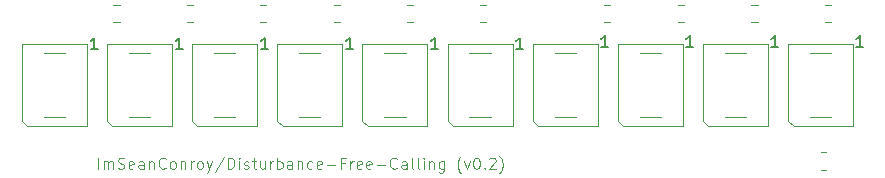
<source format=gbr>
%TF.GenerationSoftware,KiCad,Pcbnew,9.0.3*%
%TF.CreationDate,2025-07-20T20:49:32+01:00*%
%TF.ProjectId,disturbance-free-calling,64697374-7572-4626-916e-63652d667265,0.2*%
%TF.SameCoordinates,Original*%
%TF.FileFunction,Legend,Top*%
%TF.FilePolarity,Positive*%
%FSLAX46Y46*%
G04 Gerber Fmt 4.6, Leading zero omitted, Abs format (unit mm)*
G04 Created by KiCad (PCBNEW 9.0.3) date 2025-07-20 20:49:32*
%MOMM*%
%LPD*%
G01*
G04 APERTURE LIST*
%ADD10C,0.100000*%
%ADD11C,0.150000*%
%ADD12C,0.120000*%
G04 APERTURE END LIST*
D10*
X74459979Y-70642938D02*
X74459979Y-69692938D01*
X74912360Y-70642938D02*
X74912360Y-70009604D01*
X74912360Y-70100080D02*
X74957598Y-70054842D01*
X74957598Y-70054842D02*
X75048074Y-70009604D01*
X75048074Y-70009604D02*
X75183789Y-70009604D01*
X75183789Y-70009604D02*
X75274265Y-70054842D01*
X75274265Y-70054842D02*
X75319503Y-70145319D01*
X75319503Y-70145319D02*
X75319503Y-70642938D01*
X75319503Y-70145319D02*
X75364741Y-70054842D01*
X75364741Y-70054842D02*
X75455217Y-70009604D01*
X75455217Y-70009604D02*
X75590931Y-70009604D01*
X75590931Y-70009604D02*
X75681408Y-70054842D01*
X75681408Y-70054842D02*
X75726646Y-70145319D01*
X75726646Y-70145319D02*
X75726646Y-70642938D01*
X76133789Y-70597700D02*
X76269503Y-70642938D01*
X76269503Y-70642938D02*
X76495694Y-70642938D01*
X76495694Y-70642938D02*
X76586170Y-70597700D01*
X76586170Y-70597700D02*
X76631408Y-70552461D01*
X76631408Y-70552461D02*
X76676646Y-70461985D01*
X76676646Y-70461985D02*
X76676646Y-70371509D01*
X76676646Y-70371509D02*
X76631408Y-70281033D01*
X76631408Y-70281033D02*
X76586170Y-70235795D01*
X76586170Y-70235795D02*
X76495694Y-70190557D01*
X76495694Y-70190557D02*
X76314741Y-70145319D01*
X76314741Y-70145319D02*
X76224265Y-70100080D01*
X76224265Y-70100080D02*
X76179027Y-70054842D01*
X76179027Y-70054842D02*
X76133789Y-69964366D01*
X76133789Y-69964366D02*
X76133789Y-69873890D01*
X76133789Y-69873890D02*
X76179027Y-69783414D01*
X76179027Y-69783414D02*
X76224265Y-69738176D01*
X76224265Y-69738176D02*
X76314741Y-69692938D01*
X76314741Y-69692938D02*
X76540932Y-69692938D01*
X76540932Y-69692938D02*
X76676646Y-69738176D01*
X77445694Y-70597700D02*
X77355218Y-70642938D01*
X77355218Y-70642938D02*
X77174265Y-70642938D01*
X77174265Y-70642938D02*
X77083789Y-70597700D01*
X77083789Y-70597700D02*
X77038551Y-70507223D01*
X77038551Y-70507223D02*
X77038551Y-70145319D01*
X77038551Y-70145319D02*
X77083789Y-70054842D01*
X77083789Y-70054842D02*
X77174265Y-70009604D01*
X77174265Y-70009604D02*
X77355218Y-70009604D01*
X77355218Y-70009604D02*
X77445694Y-70054842D01*
X77445694Y-70054842D02*
X77490932Y-70145319D01*
X77490932Y-70145319D02*
X77490932Y-70235795D01*
X77490932Y-70235795D02*
X77038551Y-70326271D01*
X78305218Y-70642938D02*
X78305218Y-70145319D01*
X78305218Y-70145319D02*
X78259980Y-70054842D01*
X78259980Y-70054842D02*
X78169504Y-70009604D01*
X78169504Y-70009604D02*
X77988551Y-70009604D01*
X77988551Y-70009604D02*
X77898075Y-70054842D01*
X78305218Y-70597700D02*
X78214742Y-70642938D01*
X78214742Y-70642938D02*
X77988551Y-70642938D01*
X77988551Y-70642938D02*
X77898075Y-70597700D01*
X77898075Y-70597700D02*
X77852837Y-70507223D01*
X77852837Y-70507223D02*
X77852837Y-70416747D01*
X77852837Y-70416747D02*
X77898075Y-70326271D01*
X77898075Y-70326271D02*
X77988551Y-70281033D01*
X77988551Y-70281033D02*
X78214742Y-70281033D01*
X78214742Y-70281033D02*
X78305218Y-70235795D01*
X78757599Y-70009604D02*
X78757599Y-70642938D01*
X78757599Y-70100080D02*
X78802837Y-70054842D01*
X78802837Y-70054842D02*
X78893313Y-70009604D01*
X78893313Y-70009604D02*
X79029028Y-70009604D01*
X79029028Y-70009604D02*
X79119504Y-70054842D01*
X79119504Y-70054842D02*
X79164742Y-70145319D01*
X79164742Y-70145319D02*
X79164742Y-70642938D01*
X80159980Y-70552461D02*
X80114742Y-70597700D01*
X80114742Y-70597700D02*
X79979028Y-70642938D01*
X79979028Y-70642938D02*
X79888552Y-70642938D01*
X79888552Y-70642938D02*
X79752837Y-70597700D01*
X79752837Y-70597700D02*
X79662361Y-70507223D01*
X79662361Y-70507223D02*
X79617123Y-70416747D01*
X79617123Y-70416747D02*
X79571885Y-70235795D01*
X79571885Y-70235795D02*
X79571885Y-70100080D01*
X79571885Y-70100080D02*
X79617123Y-69919128D01*
X79617123Y-69919128D02*
X79662361Y-69828652D01*
X79662361Y-69828652D02*
X79752837Y-69738176D01*
X79752837Y-69738176D02*
X79888552Y-69692938D01*
X79888552Y-69692938D02*
X79979028Y-69692938D01*
X79979028Y-69692938D02*
X80114742Y-69738176D01*
X80114742Y-69738176D02*
X80159980Y-69783414D01*
X80702837Y-70642938D02*
X80612361Y-70597700D01*
X80612361Y-70597700D02*
X80567123Y-70552461D01*
X80567123Y-70552461D02*
X80521885Y-70461985D01*
X80521885Y-70461985D02*
X80521885Y-70190557D01*
X80521885Y-70190557D02*
X80567123Y-70100080D01*
X80567123Y-70100080D02*
X80612361Y-70054842D01*
X80612361Y-70054842D02*
X80702837Y-70009604D01*
X80702837Y-70009604D02*
X80838552Y-70009604D01*
X80838552Y-70009604D02*
X80929028Y-70054842D01*
X80929028Y-70054842D02*
X80974266Y-70100080D01*
X80974266Y-70100080D02*
X81019504Y-70190557D01*
X81019504Y-70190557D02*
X81019504Y-70461985D01*
X81019504Y-70461985D02*
X80974266Y-70552461D01*
X80974266Y-70552461D02*
X80929028Y-70597700D01*
X80929028Y-70597700D02*
X80838552Y-70642938D01*
X80838552Y-70642938D02*
X80702837Y-70642938D01*
X81426647Y-70009604D02*
X81426647Y-70642938D01*
X81426647Y-70100080D02*
X81471885Y-70054842D01*
X81471885Y-70054842D02*
X81562361Y-70009604D01*
X81562361Y-70009604D02*
X81698076Y-70009604D01*
X81698076Y-70009604D02*
X81788552Y-70054842D01*
X81788552Y-70054842D02*
X81833790Y-70145319D01*
X81833790Y-70145319D02*
X81833790Y-70642938D01*
X82286171Y-70642938D02*
X82286171Y-70009604D01*
X82286171Y-70190557D02*
X82331409Y-70100080D01*
X82331409Y-70100080D02*
X82376647Y-70054842D01*
X82376647Y-70054842D02*
X82467123Y-70009604D01*
X82467123Y-70009604D02*
X82557600Y-70009604D01*
X83009980Y-70642938D02*
X82919504Y-70597700D01*
X82919504Y-70597700D02*
X82874266Y-70552461D01*
X82874266Y-70552461D02*
X82829028Y-70461985D01*
X82829028Y-70461985D02*
X82829028Y-70190557D01*
X82829028Y-70190557D02*
X82874266Y-70100080D01*
X82874266Y-70100080D02*
X82919504Y-70054842D01*
X82919504Y-70054842D02*
X83009980Y-70009604D01*
X83009980Y-70009604D02*
X83145695Y-70009604D01*
X83145695Y-70009604D02*
X83236171Y-70054842D01*
X83236171Y-70054842D02*
X83281409Y-70100080D01*
X83281409Y-70100080D02*
X83326647Y-70190557D01*
X83326647Y-70190557D02*
X83326647Y-70461985D01*
X83326647Y-70461985D02*
X83281409Y-70552461D01*
X83281409Y-70552461D02*
X83236171Y-70597700D01*
X83236171Y-70597700D02*
X83145695Y-70642938D01*
X83145695Y-70642938D02*
X83009980Y-70642938D01*
X83643314Y-70009604D02*
X83869504Y-70642938D01*
X84095695Y-70009604D02*
X83869504Y-70642938D01*
X83869504Y-70642938D02*
X83779028Y-70869128D01*
X83779028Y-70869128D02*
X83733790Y-70914366D01*
X83733790Y-70914366D02*
X83643314Y-70959604D01*
X85136171Y-69647700D02*
X84321886Y-70869128D01*
X85452838Y-70642938D02*
X85452838Y-69692938D01*
X85452838Y-69692938D02*
X85679028Y-69692938D01*
X85679028Y-69692938D02*
X85814743Y-69738176D01*
X85814743Y-69738176D02*
X85905219Y-69828652D01*
X85905219Y-69828652D02*
X85950457Y-69919128D01*
X85950457Y-69919128D02*
X85995695Y-70100080D01*
X85995695Y-70100080D02*
X85995695Y-70235795D01*
X85995695Y-70235795D02*
X85950457Y-70416747D01*
X85950457Y-70416747D02*
X85905219Y-70507223D01*
X85905219Y-70507223D02*
X85814743Y-70597700D01*
X85814743Y-70597700D02*
X85679028Y-70642938D01*
X85679028Y-70642938D02*
X85452838Y-70642938D01*
X86402838Y-70642938D02*
X86402838Y-70009604D01*
X86402838Y-69692938D02*
X86357600Y-69738176D01*
X86357600Y-69738176D02*
X86402838Y-69783414D01*
X86402838Y-69783414D02*
X86448076Y-69738176D01*
X86448076Y-69738176D02*
X86402838Y-69692938D01*
X86402838Y-69692938D02*
X86402838Y-69783414D01*
X86809981Y-70597700D02*
X86900457Y-70642938D01*
X86900457Y-70642938D02*
X87081409Y-70642938D01*
X87081409Y-70642938D02*
X87171886Y-70597700D01*
X87171886Y-70597700D02*
X87217124Y-70507223D01*
X87217124Y-70507223D02*
X87217124Y-70461985D01*
X87217124Y-70461985D02*
X87171886Y-70371509D01*
X87171886Y-70371509D02*
X87081409Y-70326271D01*
X87081409Y-70326271D02*
X86945695Y-70326271D01*
X86945695Y-70326271D02*
X86855219Y-70281033D01*
X86855219Y-70281033D02*
X86809981Y-70190557D01*
X86809981Y-70190557D02*
X86809981Y-70145319D01*
X86809981Y-70145319D02*
X86855219Y-70054842D01*
X86855219Y-70054842D02*
X86945695Y-70009604D01*
X86945695Y-70009604D02*
X87081409Y-70009604D01*
X87081409Y-70009604D02*
X87171886Y-70054842D01*
X87488553Y-70009604D02*
X87850457Y-70009604D01*
X87624267Y-69692938D02*
X87624267Y-70507223D01*
X87624267Y-70507223D02*
X87669505Y-70597700D01*
X87669505Y-70597700D02*
X87759981Y-70642938D01*
X87759981Y-70642938D02*
X87850457Y-70642938D01*
X88574267Y-70009604D02*
X88574267Y-70642938D01*
X88167124Y-70009604D02*
X88167124Y-70507223D01*
X88167124Y-70507223D02*
X88212362Y-70597700D01*
X88212362Y-70597700D02*
X88302838Y-70642938D01*
X88302838Y-70642938D02*
X88438553Y-70642938D01*
X88438553Y-70642938D02*
X88529029Y-70597700D01*
X88529029Y-70597700D02*
X88574267Y-70552461D01*
X89026648Y-70642938D02*
X89026648Y-70009604D01*
X89026648Y-70190557D02*
X89071886Y-70100080D01*
X89071886Y-70100080D02*
X89117124Y-70054842D01*
X89117124Y-70054842D02*
X89207600Y-70009604D01*
X89207600Y-70009604D02*
X89298077Y-70009604D01*
X89614743Y-70642938D02*
X89614743Y-69692938D01*
X89614743Y-70054842D02*
X89705219Y-70009604D01*
X89705219Y-70009604D02*
X89886172Y-70009604D01*
X89886172Y-70009604D02*
X89976648Y-70054842D01*
X89976648Y-70054842D02*
X90021886Y-70100080D01*
X90021886Y-70100080D02*
X90067124Y-70190557D01*
X90067124Y-70190557D02*
X90067124Y-70461985D01*
X90067124Y-70461985D02*
X90021886Y-70552461D01*
X90021886Y-70552461D02*
X89976648Y-70597700D01*
X89976648Y-70597700D02*
X89886172Y-70642938D01*
X89886172Y-70642938D02*
X89705219Y-70642938D01*
X89705219Y-70642938D02*
X89614743Y-70597700D01*
X90881410Y-70642938D02*
X90881410Y-70145319D01*
X90881410Y-70145319D02*
X90836172Y-70054842D01*
X90836172Y-70054842D02*
X90745696Y-70009604D01*
X90745696Y-70009604D02*
X90564743Y-70009604D01*
X90564743Y-70009604D02*
X90474267Y-70054842D01*
X90881410Y-70597700D02*
X90790934Y-70642938D01*
X90790934Y-70642938D02*
X90564743Y-70642938D01*
X90564743Y-70642938D02*
X90474267Y-70597700D01*
X90474267Y-70597700D02*
X90429029Y-70507223D01*
X90429029Y-70507223D02*
X90429029Y-70416747D01*
X90429029Y-70416747D02*
X90474267Y-70326271D01*
X90474267Y-70326271D02*
X90564743Y-70281033D01*
X90564743Y-70281033D02*
X90790934Y-70281033D01*
X90790934Y-70281033D02*
X90881410Y-70235795D01*
X91333791Y-70009604D02*
X91333791Y-70642938D01*
X91333791Y-70100080D02*
X91379029Y-70054842D01*
X91379029Y-70054842D02*
X91469505Y-70009604D01*
X91469505Y-70009604D02*
X91605220Y-70009604D01*
X91605220Y-70009604D02*
X91695696Y-70054842D01*
X91695696Y-70054842D02*
X91740934Y-70145319D01*
X91740934Y-70145319D02*
X91740934Y-70642938D01*
X92600458Y-70597700D02*
X92509982Y-70642938D01*
X92509982Y-70642938D02*
X92329029Y-70642938D01*
X92329029Y-70642938D02*
X92238553Y-70597700D01*
X92238553Y-70597700D02*
X92193315Y-70552461D01*
X92193315Y-70552461D02*
X92148077Y-70461985D01*
X92148077Y-70461985D02*
X92148077Y-70190557D01*
X92148077Y-70190557D02*
X92193315Y-70100080D01*
X92193315Y-70100080D02*
X92238553Y-70054842D01*
X92238553Y-70054842D02*
X92329029Y-70009604D01*
X92329029Y-70009604D02*
X92509982Y-70009604D01*
X92509982Y-70009604D02*
X92600458Y-70054842D01*
X93369506Y-70597700D02*
X93279030Y-70642938D01*
X93279030Y-70642938D02*
X93098077Y-70642938D01*
X93098077Y-70642938D02*
X93007601Y-70597700D01*
X93007601Y-70597700D02*
X92962363Y-70507223D01*
X92962363Y-70507223D02*
X92962363Y-70145319D01*
X92962363Y-70145319D02*
X93007601Y-70054842D01*
X93007601Y-70054842D02*
X93098077Y-70009604D01*
X93098077Y-70009604D02*
X93279030Y-70009604D01*
X93279030Y-70009604D02*
X93369506Y-70054842D01*
X93369506Y-70054842D02*
X93414744Y-70145319D01*
X93414744Y-70145319D02*
X93414744Y-70235795D01*
X93414744Y-70235795D02*
X92962363Y-70326271D01*
X93821887Y-70281033D02*
X94545697Y-70281033D01*
X95314744Y-70145319D02*
X94998077Y-70145319D01*
X94998077Y-70642938D02*
X94998077Y-69692938D01*
X94998077Y-69692938D02*
X95450458Y-69692938D01*
X95812363Y-70642938D02*
X95812363Y-70009604D01*
X95812363Y-70190557D02*
X95857601Y-70100080D01*
X95857601Y-70100080D02*
X95902839Y-70054842D01*
X95902839Y-70054842D02*
X95993315Y-70009604D01*
X95993315Y-70009604D02*
X96083792Y-70009604D01*
X96762363Y-70597700D02*
X96671887Y-70642938D01*
X96671887Y-70642938D02*
X96490934Y-70642938D01*
X96490934Y-70642938D02*
X96400458Y-70597700D01*
X96400458Y-70597700D02*
X96355220Y-70507223D01*
X96355220Y-70507223D02*
X96355220Y-70145319D01*
X96355220Y-70145319D02*
X96400458Y-70054842D01*
X96400458Y-70054842D02*
X96490934Y-70009604D01*
X96490934Y-70009604D02*
X96671887Y-70009604D01*
X96671887Y-70009604D02*
X96762363Y-70054842D01*
X96762363Y-70054842D02*
X96807601Y-70145319D01*
X96807601Y-70145319D02*
X96807601Y-70235795D01*
X96807601Y-70235795D02*
X96355220Y-70326271D01*
X97576649Y-70597700D02*
X97486173Y-70642938D01*
X97486173Y-70642938D02*
X97305220Y-70642938D01*
X97305220Y-70642938D02*
X97214744Y-70597700D01*
X97214744Y-70597700D02*
X97169506Y-70507223D01*
X97169506Y-70507223D02*
X97169506Y-70145319D01*
X97169506Y-70145319D02*
X97214744Y-70054842D01*
X97214744Y-70054842D02*
X97305220Y-70009604D01*
X97305220Y-70009604D02*
X97486173Y-70009604D01*
X97486173Y-70009604D02*
X97576649Y-70054842D01*
X97576649Y-70054842D02*
X97621887Y-70145319D01*
X97621887Y-70145319D02*
X97621887Y-70235795D01*
X97621887Y-70235795D02*
X97169506Y-70326271D01*
X98029030Y-70281033D02*
X98752840Y-70281033D01*
X99748077Y-70552461D02*
X99702839Y-70597700D01*
X99702839Y-70597700D02*
X99567125Y-70642938D01*
X99567125Y-70642938D02*
X99476649Y-70642938D01*
X99476649Y-70642938D02*
X99340934Y-70597700D01*
X99340934Y-70597700D02*
X99250458Y-70507223D01*
X99250458Y-70507223D02*
X99205220Y-70416747D01*
X99205220Y-70416747D02*
X99159982Y-70235795D01*
X99159982Y-70235795D02*
X99159982Y-70100080D01*
X99159982Y-70100080D02*
X99205220Y-69919128D01*
X99205220Y-69919128D02*
X99250458Y-69828652D01*
X99250458Y-69828652D02*
X99340934Y-69738176D01*
X99340934Y-69738176D02*
X99476649Y-69692938D01*
X99476649Y-69692938D02*
X99567125Y-69692938D01*
X99567125Y-69692938D02*
X99702839Y-69738176D01*
X99702839Y-69738176D02*
X99748077Y-69783414D01*
X100562363Y-70642938D02*
X100562363Y-70145319D01*
X100562363Y-70145319D02*
X100517125Y-70054842D01*
X100517125Y-70054842D02*
X100426649Y-70009604D01*
X100426649Y-70009604D02*
X100245696Y-70009604D01*
X100245696Y-70009604D02*
X100155220Y-70054842D01*
X100562363Y-70597700D02*
X100471887Y-70642938D01*
X100471887Y-70642938D02*
X100245696Y-70642938D01*
X100245696Y-70642938D02*
X100155220Y-70597700D01*
X100155220Y-70597700D02*
X100109982Y-70507223D01*
X100109982Y-70507223D02*
X100109982Y-70416747D01*
X100109982Y-70416747D02*
X100155220Y-70326271D01*
X100155220Y-70326271D02*
X100245696Y-70281033D01*
X100245696Y-70281033D02*
X100471887Y-70281033D01*
X100471887Y-70281033D02*
X100562363Y-70235795D01*
X101150458Y-70642938D02*
X101059982Y-70597700D01*
X101059982Y-70597700D02*
X101014744Y-70507223D01*
X101014744Y-70507223D02*
X101014744Y-69692938D01*
X101648077Y-70642938D02*
X101557601Y-70597700D01*
X101557601Y-70597700D02*
X101512363Y-70507223D01*
X101512363Y-70507223D02*
X101512363Y-69692938D01*
X102009982Y-70642938D02*
X102009982Y-70009604D01*
X102009982Y-69692938D02*
X101964744Y-69738176D01*
X101964744Y-69738176D02*
X102009982Y-69783414D01*
X102009982Y-69783414D02*
X102055220Y-69738176D01*
X102055220Y-69738176D02*
X102009982Y-69692938D01*
X102009982Y-69692938D02*
X102009982Y-69783414D01*
X102462363Y-70009604D02*
X102462363Y-70642938D01*
X102462363Y-70100080D02*
X102507601Y-70054842D01*
X102507601Y-70054842D02*
X102598077Y-70009604D01*
X102598077Y-70009604D02*
X102733792Y-70009604D01*
X102733792Y-70009604D02*
X102824268Y-70054842D01*
X102824268Y-70054842D02*
X102869506Y-70145319D01*
X102869506Y-70145319D02*
X102869506Y-70642938D01*
X103729030Y-70009604D02*
X103729030Y-70778652D01*
X103729030Y-70778652D02*
X103683792Y-70869128D01*
X103683792Y-70869128D02*
X103638554Y-70914366D01*
X103638554Y-70914366D02*
X103548077Y-70959604D01*
X103548077Y-70959604D02*
X103412363Y-70959604D01*
X103412363Y-70959604D02*
X103321887Y-70914366D01*
X103729030Y-70597700D02*
X103638554Y-70642938D01*
X103638554Y-70642938D02*
X103457601Y-70642938D01*
X103457601Y-70642938D02*
X103367125Y-70597700D01*
X103367125Y-70597700D02*
X103321887Y-70552461D01*
X103321887Y-70552461D02*
X103276649Y-70461985D01*
X103276649Y-70461985D02*
X103276649Y-70190557D01*
X103276649Y-70190557D02*
X103321887Y-70100080D01*
X103321887Y-70100080D02*
X103367125Y-70054842D01*
X103367125Y-70054842D02*
X103457601Y-70009604D01*
X103457601Y-70009604D02*
X103638554Y-70009604D01*
X103638554Y-70009604D02*
X103729030Y-70054842D01*
X105176650Y-71004842D02*
X105131411Y-70959604D01*
X105131411Y-70959604D02*
X105040935Y-70823890D01*
X105040935Y-70823890D02*
X104995697Y-70733414D01*
X104995697Y-70733414D02*
X104950459Y-70597700D01*
X104950459Y-70597700D02*
X104905221Y-70371509D01*
X104905221Y-70371509D02*
X104905221Y-70190557D01*
X104905221Y-70190557D02*
X104950459Y-69964366D01*
X104950459Y-69964366D02*
X104995697Y-69828652D01*
X104995697Y-69828652D02*
X105040935Y-69738176D01*
X105040935Y-69738176D02*
X105131411Y-69602461D01*
X105131411Y-69602461D02*
X105176650Y-69557223D01*
X105448078Y-70009604D02*
X105674268Y-70642938D01*
X105674268Y-70642938D02*
X105900459Y-70009604D01*
X106443316Y-69692938D02*
X106533793Y-69692938D01*
X106533793Y-69692938D02*
X106624269Y-69738176D01*
X106624269Y-69738176D02*
X106669507Y-69783414D01*
X106669507Y-69783414D02*
X106714745Y-69873890D01*
X106714745Y-69873890D02*
X106759983Y-70054842D01*
X106759983Y-70054842D02*
X106759983Y-70281033D01*
X106759983Y-70281033D02*
X106714745Y-70461985D01*
X106714745Y-70461985D02*
X106669507Y-70552461D01*
X106669507Y-70552461D02*
X106624269Y-70597700D01*
X106624269Y-70597700D02*
X106533793Y-70642938D01*
X106533793Y-70642938D02*
X106443316Y-70642938D01*
X106443316Y-70642938D02*
X106352840Y-70597700D01*
X106352840Y-70597700D02*
X106307602Y-70552461D01*
X106307602Y-70552461D02*
X106262364Y-70461985D01*
X106262364Y-70461985D02*
X106217126Y-70281033D01*
X106217126Y-70281033D02*
X106217126Y-70054842D01*
X106217126Y-70054842D02*
X106262364Y-69873890D01*
X106262364Y-69873890D02*
X106307602Y-69783414D01*
X106307602Y-69783414D02*
X106352840Y-69738176D01*
X106352840Y-69738176D02*
X106443316Y-69692938D01*
X107167126Y-70552461D02*
X107212364Y-70597700D01*
X107212364Y-70597700D02*
X107167126Y-70642938D01*
X107167126Y-70642938D02*
X107121888Y-70597700D01*
X107121888Y-70597700D02*
X107167126Y-70552461D01*
X107167126Y-70552461D02*
X107167126Y-70642938D01*
X107574269Y-69783414D02*
X107619507Y-69738176D01*
X107619507Y-69738176D02*
X107709983Y-69692938D01*
X107709983Y-69692938D02*
X107936174Y-69692938D01*
X107936174Y-69692938D02*
X108026650Y-69738176D01*
X108026650Y-69738176D02*
X108071888Y-69783414D01*
X108071888Y-69783414D02*
X108117126Y-69873890D01*
X108117126Y-69873890D02*
X108117126Y-69964366D01*
X108117126Y-69964366D02*
X108071888Y-70100080D01*
X108071888Y-70100080D02*
X107529031Y-70642938D01*
X107529031Y-70642938D02*
X108117126Y-70642938D01*
X108433793Y-71004842D02*
X108479031Y-70959604D01*
X108479031Y-70959604D02*
X108569507Y-70823890D01*
X108569507Y-70823890D02*
X108614745Y-70733414D01*
X108614745Y-70733414D02*
X108659983Y-70597700D01*
X108659983Y-70597700D02*
X108705221Y-70371509D01*
X108705221Y-70371509D02*
X108705221Y-70190557D01*
X108705221Y-70190557D02*
X108659983Y-69964366D01*
X108659983Y-69964366D02*
X108614745Y-69828652D01*
X108614745Y-69828652D02*
X108569507Y-69738176D01*
X108569507Y-69738176D02*
X108479031Y-69602461D01*
X108479031Y-69602461D02*
X108433793Y-69557223D01*
D11*
X117626342Y-60322319D02*
X117054914Y-60322319D01*
X117340628Y-60322319D02*
X117340628Y-59322319D01*
X117340628Y-59322319D02*
X117245390Y-59465176D01*
X117245390Y-59465176D02*
X117150152Y-59560414D01*
X117150152Y-59560414D02*
X117054914Y-59608033D01*
X139226342Y-60322319D02*
X138654914Y-60322319D01*
X138940628Y-60322319D02*
X138940628Y-59322319D01*
X138940628Y-59322319D02*
X138845390Y-59465176D01*
X138845390Y-59465176D02*
X138750152Y-59560414D01*
X138750152Y-59560414D02*
X138654914Y-59608033D01*
X132026342Y-60322319D02*
X131454914Y-60322319D01*
X131740628Y-60322319D02*
X131740628Y-59322319D01*
X131740628Y-59322319D02*
X131645390Y-59465176D01*
X131645390Y-59465176D02*
X131550152Y-59560414D01*
X131550152Y-59560414D02*
X131454914Y-59608033D01*
X124826342Y-60322319D02*
X124254914Y-60322319D01*
X124540628Y-60322319D02*
X124540628Y-59322319D01*
X124540628Y-59322319D02*
X124445390Y-59465176D01*
X124445390Y-59465176D02*
X124350152Y-59560414D01*
X124350152Y-59560414D02*
X124254914Y-59608033D01*
X96026342Y-60522319D02*
X95454914Y-60522319D01*
X95740628Y-60522319D02*
X95740628Y-59522319D01*
X95740628Y-59522319D02*
X95645390Y-59665176D01*
X95645390Y-59665176D02*
X95550152Y-59760414D01*
X95550152Y-59760414D02*
X95454914Y-59808033D01*
X88826342Y-60522319D02*
X88254914Y-60522319D01*
X88540628Y-60522319D02*
X88540628Y-59522319D01*
X88540628Y-59522319D02*
X88445390Y-59665176D01*
X88445390Y-59665176D02*
X88350152Y-59760414D01*
X88350152Y-59760414D02*
X88254914Y-59808033D01*
X110426342Y-60522319D02*
X109854914Y-60522319D01*
X110140628Y-60522319D02*
X110140628Y-59522319D01*
X110140628Y-59522319D02*
X110045390Y-59665176D01*
X110045390Y-59665176D02*
X109950152Y-59760414D01*
X109950152Y-59760414D02*
X109854914Y-59808033D01*
X81626342Y-60522319D02*
X81054914Y-60522319D01*
X81340628Y-60522319D02*
X81340628Y-59522319D01*
X81340628Y-59522319D02*
X81245390Y-59665176D01*
X81245390Y-59665176D02*
X81150152Y-59760414D01*
X81150152Y-59760414D02*
X81054914Y-59808033D01*
X103226342Y-60522319D02*
X102654914Y-60522319D01*
X102940628Y-60522319D02*
X102940628Y-59522319D01*
X102940628Y-59522319D02*
X102845390Y-59665176D01*
X102845390Y-59665176D02*
X102750152Y-59760414D01*
X102750152Y-59760414D02*
X102654914Y-59808033D01*
X74426342Y-60522319D02*
X73854914Y-60522319D01*
X74140628Y-60522319D02*
X74140628Y-59522319D01*
X74140628Y-59522319D02*
X74045390Y-59665176D01*
X74045390Y-59665176D02*
X73950152Y-59760414D01*
X73950152Y-59760414D02*
X73854914Y-59808033D01*
D12*
%TO.C,C2*%
X130288919Y-56728111D02*
X129766415Y-56728111D01*
X130288919Y-58198111D02*
X129766415Y-58198111D01*
%TO.C,C7*%
X94902652Y-56728111D02*
X94380148Y-56728111D01*
X94902652Y-58198111D02*
X94380148Y-58198111D01*
%TO.C,C3*%
X124045585Y-56728111D02*
X123523081Y-56728111D01*
X124045585Y-58198111D02*
X123523081Y-58198111D01*
%TO.C,C9*%
X82483052Y-56728111D02*
X81960548Y-56728111D01*
X82483052Y-58198111D02*
X81960548Y-58198111D01*
%TO.C,C8*%
X88692852Y-56728111D02*
X88170348Y-56728111D01*
X88692852Y-58198111D02*
X88170348Y-58198111D01*
%TO.C,D4*%
X111250000Y-60050000D02*
X111250000Y-66600000D01*
X111250000Y-66600000D02*
X111700000Y-67050000D01*
X111700000Y-67050000D02*
X116750000Y-67050000D01*
X113100000Y-60850000D02*
X114900000Y-60850000D01*
X113100000Y-66250000D02*
X114900000Y-66250000D01*
X116750000Y-60050000D02*
X111250000Y-60050000D01*
X116750000Y-60050000D02*
X116750000Y-67050000D01*
%TO.C,C1*%
X136532252Y-56728111D02*
X136009748Y-56728111D01*
X136532252Y-58198111D02*
X136009748Y-58198111D01*
%TO.C,C5*%
X107322252Y-56728111D02*
X106799748Y-56728111D01*
X107322252Y-58198111D02*
X106799748Y-58198111D01*
%TO.C,D1*%
X132880942Y-60050000D02*
X132880942Y-66600000D01*
X132880942Y-66600000D02*
X133330942Y-67050000D01*
X133330942Y-67050000D02*
X138380942Y-67050000D01*
X134730942Y-60850000D02*
X136530942Y-60850000D01*
X134730942Y-66250000D02*
X136530942Y-66250000D01*
X138380942Y-60050000D02*
X132880942Y-60050000D01*
X138380942Y-60050000D02*
X138380942Y-67050000D01*
%TO.C,D2*%
X125670628Y-60050000D02*
X125670628Y-66600000D01*
X125670628Y-66600000D02*
X126120628Y-67050000D01*
X126120628Y-67050000D02*
X131170628Y-67050000D01*
X127520628Y-60850000D02*
X129320628Y-60850000D01*
X127520628Y-66250000D02*
X129320628Y-66250000D01*
X131170628Y-60050000D02*
X125670628Y-60050000D01*
X131170628Y-60050000D02*
X131170628Y-67050000D01*
%TO.C,R1*%
X135662936Y-69242000D02*
X136117064Y-69242000D01*
X135662936Y-70712000D02*
X136117064Y-70712000D01*
%TO.C,D3*%
X118460314Y-60050000D02*
X118460314Y-66600000D01*
X118460314Y-66600000D02*
X118910314Y-67050000D01*
X118910314Y-67050000D02*
X123960314Y-67050000D01*
X120310314Y-60850000D02*
X122110314Y-60850000D01*
X120310314Y-66250000D02*
X122110314Y-66250000D01*
X123960314Y-60050000D02*
X118460314Y-60050000D01*
X123960314Y-60050000D02*
X123960314Y-67050000D01*
%TO.C,D7*%
X89619058Y-60050000D02*
X89619058Y-66600000D01*
X89619058Y-66600000D02*
X90069058Y-67050000D01*
X90069058Y-67050000D02*
X95119058Y-67050000D01*
X91469058Y-60850000D02*
X93269058Y-60850000D01*
X91469058Y-66250000D02*
X93269058Y-66250000D01*
X95119058Y-60050000D02*
X89619058Y-60050000D01*
X95119058Y-60050000D02*
X95119058Y-67050000D01*
%TO.C,D8*%
X82408744Y-60050000D02*
X82408744Y-66600000D01*
X82408744Y-66600000D02*
X82858744Y-67050000D01*
X82858744Y-67050000D02*
X87908744Y-67050000D01*
X84258744Y-60850000D02*
X86058744Y-60850000D01*
X84258744Y-66250000D02*
X86058744Y-66250000D01*
X87908744Y-60050000D02*
X82408744Y-60050000D01*
X87908744Y-60050000D02*
X87908744Y-67050000D01*
%TO.C,D5*%
X104039686Y-60050000D02*
X104039686Y-66600000D01*
X104039686Y-66600000D02*
X104489686Y-67050000D01*
X104489686Y-67050000D02*
X109539686Y-67050000D01*
X105889686Y-60850000D02*
X107689686Y-60850000D01*
X105889686Y-66250000D02*
X107689686Y-66250000D01*
X109539686Y-60050000D02*
X104039686Y-60050000D01*
X109539686Y-60050000D02*
X109539686Y-67050000D01*
%TO.C,D9*%
X75198430Y-60050000D02*
X75198430Y-66600000D01*
X75198430Y-66600000D02*
X75648430Y-67050000D01*
X75648430Y-67050000D02*
X80698430Y-67050000D01*
X77048430Y-60850000D02*
X78848430Y-60850000D01*
X77048430Y-66250000D02*
X78848430Y-66250000D01*
X80698430Y-60050000D02*
X75198430Y-60050000D01*
X80698430Y-60050000D02*
X80698430Y-67050000D01*
%TO.C,D6*%
X96829372Y-60050000D02*
X96829372Y-66600000D01*
X96829372Y-66600000D02*
X97279372Y-67050000D01*
X97279372Y-67050000D02*
X102329372Y-67050000D01*
X98679372Y-60850000D02*
X100479372Y-60850000D01*
X98679372Y-66250000D02*
X100479372Y-66250000D01*
X102329372Y-60050000D02*
X96829372Y-60050000D01*
X102329372Y-60050000D02*
X102329372Y-67050000D01*
%TO.C,C6*%
X101112452Y-56728111D02*
X100589948Y-56728111D01*
X101112452Y-58198111D02*
X100589948Y-58198111D01*
%TO.C,C4*%
X117802252Y-56728111D02*
X117279748Y-56728111D01*
X117802252Y-58198111D02*
X117279748Y-58198111D01*
%TO.C,D10*%
X67988112Y-60050000D02*
X67988112Y-66600000D01*
X67988112Y-66600000D02*
X68438112Y-67050000D01*
X68438112Y-67050000D02*
X73488112Y-67050000D01*
X69838112Y-60850000D02*
X71638112Y-60850000D01*
X69838112Y-66250000D02*
X71638112Y-66250000D01*
X73488112Y-60050000D02*
X67988112Y-60050000D01*
X73488112Y-60050000D02*
X73488112Y-67050000D01*
%TO.C,C10*%
X76273252Y-56728111D02*
X75750748Y-56728111D01*
X76273252Y-58198111D02*
X75750748Y-58198111D01*
%TD*%
M02*

</source>
